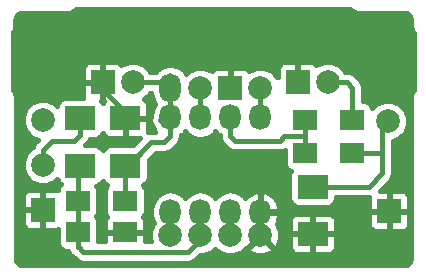
<source format=gbr>
G04 #@! TF.FileFunction,Copper,L2,Bot,Signal*
%FSLAX46Y46*%
G04 Gerber Fmt 4.6, Leading zero omitted, Abs format (unit mm)*
G04 Created by KiCad (PCBNEW 4.0.7-e0-6372~58~ubuntu16.04.1) date Wed Aug  1 16:39:32 2018*
%MOMM*%
%LPD*%
G01*
G04 APERTURE LIST*
%ADD10C,0.100000*%
%ADD11R,2.000000X2.000000*%
%ADD12C,2.000000*%
%ADD13O,1.800000X2.500000*%
%ADD14O,1.800000X2.200000*%
%ADD15R,2.000000X1.700000*%
%ADD16R,2.500000X2.000000*%
%ADD17C,0.400000*%
%ADD18C,0.250000*%
G04 APERTURE END LIST*
D10*
D11*
X88265000Y-54483000D03*
D12*
X83185000Y-66929000D03*
X85725000Y-66929000D03*
X88265000Y-66929000D03*
X90805000Y-54483000D03*
X85725000Y-54483000D03*
D13*
X83185000Y-54483000D03*
D12*
X90805000Y-66929000D03*
D11*
X72390000Y-64770000D03*
X93980000Y-53975000D03*
X101727000Y-64897000D03*
X77470000Y-53975000D03*
D12*
X101600000Y-57277000D03*
X96520000Y-53975000D03*
X72390000Y-57150000D03*
X72390000Y-60960000D03*
X80010000Y-53975000D03*
D14*
X83185000Y-64970000D03*
X90805000Y-56950000D03*
X85725000Y-64970000D03*
X88265000Y-56950000D03*
X88265000Y-64970000D03*
X85725000Y-56950000D03*
X90805000Y-64970000D03*
X83185000Y-56950000D03*
D15*
X98615000Y-59944000D03*
X94615000Y-59944000D03*
X94615000Y-57150000D03*
X98615000Y-57150000D03*
X75375000Y-66675000D03*
X79375000Y-66675000D03*
X79375000Y-64008000D03*
X75375000Y-64008000D03*
D16*
X95250000Y-66802000D03*
X95250000Y-62802000D03*
X79375000Y-57023000D03*
X79375000Y-61023000D03*
X75565000Y-61023000D03*
X75565000Y-57023000D03*
D17*
X75565000Y-57023000D02*
X75565000Y-58423000D01*
X75565000Y-58423000D02*
X75060000Y-58928000D01*
X75060000Y-58928000D02*
X73152000Y-58928000D01*
X72390000Y-59690000D02*
X72390000Y-60960000D01*
X73152000Y-58928000D02*
X72390000Y-59690000D01*
X80010000Y-53975000D02*
X83185000Y-53975000D01*
X83185000Y-54102000D02*
X83185000Y-57150000D01*
X80010000Y-53975000D02*
X80645000Y-53975000D01*
X79375000Y-61023000D02*
X79375000Y-64008000D01*
X82677000Y-59055000D02*
X81593000Y-59055000D01*
X81593000Y-59055000D02*
X79625000Y-61023000D01*
X79625000Y-61023000D02*
X79375000Y-61023000D01*
X83185000Y-58547000D02*
X82677000Y-59055000D01*
X83185000Y-57150000D02*
X83185000Y-58547000D01*
X83185000Y-57150000D02*
X82355000Y-57150000D01*
X83185000Y-54991000D02*
X83185000Y-57150000D01*
X77470000Y-53975000D02*
X77470000Y-54610000D01*
X77470000Y-54610000D02*
X79375000Y-56515000D01*
X79375000Y-56515000D02*
X79375000Y-57023000D01*
X95250000Y-66802000D02*
X94742000Y-66802000D01*
X79375000Y-57280000D02*
X78870000Y-57785000D01*
X90805000Y-64770000D02*
X90805000Y-66929000D01*
X101155000Y-61659000D02*
X101155000Y-59944000D01*
X101155000Y-59944000D02*
X101155000Y-57975000D01*
X98615000Y-59944000D02*
X100015000Y-59944000D01*
X100015000Y-59944000D02*
X101155000Y-59944000D01*
X97282000Y-62802000D02*
X100012000Y-62802000D01*
X100012000Y-62802000D02*
X101155000Y-61659000D01*
X101155000Y-57975000D02*
X101600000Y-57530000D01*
X95250000Y-62802000D02*
X97727000Y-62802000D01*
X98615000Y-57150000D02*
X98615000Y-54419000D01*
X98615000Y-54419000D02*
X98171000Y-53975000D01*
X98171000Y-53975000D02*
X96520000Y-53975000D01*
X94615000Y-59944000D02*
X94615000Y-58547000D01*
X92837000Y-58547000D02*
X94615000Y-58547000D01*
X94615000Y-58547000D02*
X94615000Y-57150000D01*
X92456000Y-58928000D02*
X92837000Y-58547000D01*
X88646000Y-58928000D02*
X92456000Y-58928000D01*
X88265000Y-58547000D02*
X88646000Y-58928000D01*
X88265000Y-57150000D02*
X88265000Y-58547000D01*
X85725000Y-54102000D02*
X85725000Y-57150000D01*
X85725000Y-54991000D02*
X85725000Y-57150000D01*
X83185000Y-64770000D02*
X83185000Y-66929000D01*
X75375000Y-66675000D02*
X75375000Y-67925000D01*
X84705999Y-68329001D02*
X85725000Y-67310000D01*
X75375000Y-67925000D02*
X75418000Y-67925000D01*
X75418000Y-67925000D02*
X75822001Y-68329001D01*
X85725000Y-67310000D02*
X85725000Y-66929000D01*
X75822001Y-68329001D02*
X84705999Y-68329001D01*
X75375000Y-64008000D02*
X75375000Y-61213000D01*
X75375000Y-61213000D02*
X75565000Y-61023000D01*
X75375000Y-66675000D02*
X75375000Y-63500000D01*
X85725000Y-64770000D02*
X85725000Y-66929000D01*
X90805000Y-54102000D02*
X90805000Y-57150000D01*
X90805000Y-54991000D02*
X90805000Y-57150000D01*
D18*
X90868500Y-57086500D02*
X90805000Y-57150000D01*
D17*
X88265000Y-64770000D02*
X88265000Y-66929000D01*
G36*
X98517865Y-47868755D02*
X98763778Y-48033069D01*
X99053852Y-48090768D01*
X102944613Y-48090768D01*
X103098798Y-48107019D01*
X103203267Y-48140916D01*
X103300160Y-48195838D01*
X103387250Y-48270750D01*
X103460381Y-48362972D01*
X103515486Y-48468440D01*
X103549685Y-48583112D01*
X103564891Y-48745869D01*
X103564891Y-49246847D01*
X103583383Y-49339812D01*
X103588476Y-49434461D01*
X103611973Y-49483547D01*
X103622590Y-49536921D01*
X103675251Y-49615734D01*
X103716177Y-49701228D01*
X103775117Y-49779928D01*
X103800219Y-49813445D01*
X103799542Y-50217776D01*
X103798442Y-50875174D01*
X103797342Y-51532571D01*
X103796242Y-52189967D01*
X103795142Y-52847362D01*
X103794042Y-53504762D01*
X103792942Y-54162157D01*
X103792213Y-54597985D01*
X103765612Y-54639447D01*
X103765610Y-54639449D01*
X103736362Y-54685037D01*
X103736360Y-54685039D01*
X103707112Y-54730627D01*
X103707110Y-54730629D01*
X103677860Y-54776220D01*
X103653134Y-54839204D01*
X103615540Y-54895467D01*
X103599614Y-54975532D01*
X103569782Y-55051522D01*
X103571041Y-55119178D01*
X103557841Y-55185541D01*
X103557841Y-68822720D01*
X103542149Y-68980258D01*
X103508306Y-69091117D01*
X103454404Y-69192473D01*
X103383020Y-69281031D01*
X103297748Y-69353205D01*
X103202335Y-69406413D01*
X103098905Y-69439427D01*
X102946308Y-69455243D01*
X70688294Y-69455243D01*
X70542274Y-69439593D01*
X70449510Y-69408708D01*
X70363994Y-69358654D01*
X70285687Y-69288806D01*
X70218059Y-69200242D01*
X70165601Y-69096257D01*
X70132108Y-68981343D01*
X70116735Y-68824652D01*
X70116735Y-65001000D01*
X70682000Y-65001000D01*
X70682000Y-65910830D01*
X70789787Y-66171050D01*
X70988950Y-66370213D01*
X71249170Y-66478000D01*
X72159000Y-66478000D01*
X72336000Y-66301000D01*
X72336000Y-64824000D01*
X70859000Y-64824000D01*
X70682000Y-65001000D01*
X70116735Y-65001000D01*
X70116735Y-63629170D01*
X70682000Y-63629170D01*
X70682000Y-64539000D01*
X70859000Y-64716000D01*
X72336000Y-64716000D01*
X72336000Y-63239000D01*
X72159000Y-63062000D01*
X71249170Y-63062000D01*
X70988950Y-63169787D01*
X70789787Y-63368950D01*
X70682000Y-63629170D01*
X70116735Y-63629170D01*
X70116735Y-57488252D01*
X70681704Y-57488252D01*
X70941184Y-58116240D01*
X71421232Y-58597128D01*
X71970634Y-58825260D01*
X71747947Y-59047947D01*
X71551117Y-59342523D01*
X71525969Y-59468952D01*
X71423760Y-59511184D01*
X70942872Y-59991232D01*
X70682297Y-60618767D01*
X70681704Y-61298252D01*
X70941184Y-61926240D01*
X71421232Y-62407128D01*
X72048767Y-62667703D01*
X72728252Y-62668296D01*
X73356240Y-62408816D01*
X73616787Y-62148724D01*
X73642498Y-62285369D01*
X73797558Y-62526339D01*
X73919587Y-62609718D01*
X73871661Y-62640558D01*
X73710003Y-62877152D01*
X73661601Y-63116167D01*
X73530830Y-63062000D01*
X72621000Y-63062000D01*
X72444000Y-63239000D01*
X72444000Y-64716000D01*
X72464000Y-64716000D01*
X72464000Y-64824000D01*
X72444000Y-64824000D01*
X72444000Y-66301000D01*
X72621000Y-66478000D01*
X73530830Y-66478000D01*
X73653130Y-66427342D01*
X73653130Y-67525000D01*
X73702498Y-67787369D01*
X73857558Y-68028339D01*
X74094152Y-68189997D01*
X74375000Y-68246870D01*
X74531023Y-68246870D01*
X74536117Y-68272477D01*
X74732947Y-68567053D01*
X74862536Y-68653642D01*
X75179948Y-68971054D01*
X75474524Y-69167884D01*
X75822001Y-69237001D01*
X84705999Y-69237001D01*
X85053476Y-69167884D01*
X85348052Y-68971054D01*
X85682143Y-68636963D01*
X86063252Y-68637296D01*
X86691240Y-68377816D01*
X86995109Y-68074478D01*
X87296232Y-68376128D01*
X87923767Y-68636703D01*
X88603252Y-68637296D01*
X89231240Y-68377816D01*
X89536824Y-68072766D01*
X89737601Y-68072766D01*
X89825573Y-68368936D01*
X90451167Y-68634138D01*
X91130629Y-68639748D01*
X91760517Y-68384912D01*
X91784427Y-68368936D01*
X91872399Y-68072766D01*
X90805000Y-67005368D01*
X89737601Y-68072766D01*
X89536824Y-68072766D01*
X89624311Y-67985432D01*
X89661234Y-67996399D01*
X90728632Y-66929000D01*
X90714490Y-66914858D01*
X90790858Y-66838490D01*
X90805000Y-66852632D01*
X90819142Y-66838490D01*
X90895510Y-66914858D01*
X90881368Y-66929000D01*
X91948766Y-67996399D01*
X92244936Y-67908427D01*
X92510138Y-67282833D01*
X92512200Y-67033000D01*
X93292000Y-67033000D01*
X93292000Y-67942830D01*
X93399787Y-68203050D01*
X93598950Y-68402213D01*
X93859170Y-68510000D01*
X95019000Y-68510000D01*
X95196000Y-68333000D01*
X95196000Y-66856000D01*
X95304000Y-66856000D01*
X95304000Y-68333000D01*
X95481000Y-68510000D01*
X96640830Y-68510000D01*
X96901050Y-68402213D01*
X97100213Y-68203050D01*
X97208000Y-67942830D01*
X97208000Y-67033000D01*
X97031000Y-66856000D01*
X95304000Y-66856000D01*
X95196000Y-66856000D01*
X93469000Y-66856000D01*
X93292000Y-67033000D01*
X92512200Y-67033000D01*
X92515748Y-66603371D01*
X92260912Y-65973483D01*
X92244936Y-65949573D01*
X92197891Y-65935599D01*
X92269933Y-65835244D01*
X92310676Y-65661170D01*
X93292000Y-65661170D01*
X93292000Y-66571000D01*
X93469000Y-66748000D01*
X95196000Y-66748000D01*
X95196000Y-65271000D01*
X95304000Y-65271000D01*
X95304000Y-66748000D01*
X97031000Y-66748000D01*
X97208000Y-66571000D01*
X97208000Y-65661170D01*
X97100213Y-65400950D01*
X96901050Y-65201787D01*
X96722913Y-65128000D01*
X100019000Y-65128000D01*
X100019000Y-66037830D01*
X100126787Y-66298050D01*
X100325950Y-66497213D01*
X100586170Y-66605000D01*
X101496000Y-66605000D01*
X101673000Y-66428000D01*
X101673000Y-64951000D01*
X101781000Y-64951000D01*
X101781000Y-66428000D01*
X101958000Y-66605000D01*
X102867830Y-66605000D01*
X103128050Y-66497213D01*
X103327213Y-66298050D01*
X103435000Y-66037830D01*
X103435000Y-65128000D01*
X103258000Y-64951000D01*
X101781000Y-64951000D01*
X101673000Y-64951000D01*
X100196000Y-64951000D01*
X100019000Y-65128000D01*
X96722913Y-65128000D01*
X96640830Y-65094000D01*
X95481000Y-65094000D01*
X95304000Y-65271000D01*
X95196000Y-65271000D01*
X95019000Y-65094000D01*
X93859170Y-65094000D01*
X93598950Y-65201787D01*
X93399787Y-65400950D01*
X93292000Y-65661170D01*
X92310676Y-65661170D01*
X92413000Y-65224000D01*
X92413000Y-65024000D01*
X90859000Y-65024000D01*
X90859000Y-65044000D01*
X90751000Y-65044000D01*
X90751000Y-65024000D01*
X90731000Y-65024000D01*
X90731000Y-64916000D01*
X90751000Y-64916000D01*
X90751000Y-63340019D01*
X90859000Y-63340019D01*
X90859000Y-64916000D01*
X92413000Y-64916000D01*
X92413000Y-64716000D01*
X92269933Y-64104756D01*
X91903844Y-63594789D01*
X91370466Y-63263737D01*
X91109740Y-63191140D01*
X90859000Y-63340019D01*
X90751000Y-63340019D01*
X90500260Y-63191140D01*
X90239534Y-63263737D01*
X89706156Y-63594789D01*
X89547685Y-63815542D01*
X89402028Y-63597551D01*
X88880355Y-63248981D01*
X88265000Y-63126579D01*
X87649645Y-63248981D01*
X87127972Y-63597551D01*
X86995000Y-63796558D01*
X86862028Y-63597551D01*
X86340355Y-63248981D01*
X85725000Y-63126579D01*
X85109645Y-63248981D01*
X84587972Y-63597551D01*
X84455000Y-63796558D01*
X84322028Y-63597551D01*
X83800355Y-63248981D01*
X83185000Y-63126579D01*
X82569645Y-63248981D01*
X82047972Y-63597551D01*
X81699402Y-64119224D01*
X81577000Y-64734579D01*
X81577000Y-65205421D01*
X81699402Y-65820776D01*
X81770692Y-65927469D01*
X81737872Y-65960232D01*
X81477297Y-66587767D01*
X81476704Y-67267252D01*
X81540232Y-67421001D01*
X81083000Y-67421001D01*
X81083000Y-66906000D01*
X80906000Y-66729000D01*
X79429000Y-66729000D01*
X79429000Y-66749000D01*
X79321000Y-66749000D01*
X79321000Y-66729000D01*
X77844000Y-66729000D01*
X77667000Y-66906000D01*
X77667000Y-67421001D01*
X77096870Y-67421001D01*
X77096870Y-65825000D01*
X77047502Y-65562631D01*
X76903424Y-65338728D01*
X77039997Y-65138848D01*
X77096870Y-64858000D01*
X77096870Y-63158000D01*
X77047502Y-62895631D01*
X76935857Y-62722129D01*
X77077369Y-62695502D01*
X77318339Y-62540442D01*
X77471959Y-62315612D01*
X77607558Y-62526339D01*
X77840808Y-62685712D01*
X77710003Y-62877152D01*
X77653130Y-63158000D01*
X77653130Y-64858000D01*
X77702498Y-65120369D01*
X77849665Y-65349072D01*
X77774787Y-65423950D01*
X77667000Y-65684170D01*
X77667000Y-66444000D01*
X77844000Y-66621000D01*
X79321000Y-66621000D01*
X79321000Y-66601000D01*
X79429000Y-66601000D01*
X79429000Y-66621000D01*
X80906000Y-66621000D01*
X81083000Y-66444000D01*
X81083000Y-65684170D01*
X80975213Y-65423950D01*
X80897972Y-65346709D01*
X81039997Y-65138848D01*
X81096870Y-64858000D01*
X81096870Y-63158000D01*
X81047502Y-62895631D01*
X80909542Y-62681234D01*
X81128339Y-62540442D01*
X81289997Y-62303848D01*
X81346870Y-62023000D01*
X81346870Y-60585236D01*
X81969106Y-59963000D01*
X82677000Y-59963000D01*
X83024477Y-59893883D01*
X83319053Y-59697053D01*
X83827053Y-59189053D01*
X84023883Y-58894477D01*
X84093000Y-58547000D01*
X84093000Y-58475480D01*
X84322028Y-58322449D01*
X84455000Y-58123442D01*
X84587972Y-58322449D01*
X85109645Y-58671019D01*
X85725000Y-58793421D01*
X86340355Y-58671019D01*
X86862028Y-58322449D01*
X86995000Y-58123442D01*
X87127972Y-58322449D01*
X87357000Y-58475480D01*
X87357000Y-58547000D01*
X87426117Y-58894477D01*
X87622947Y-59189053D01*
X88003947Y-59570053D01*
X88298523Y-59766883D01*
X88646000Y-59836000D01*
X92456000Y-59836000D01*
X92803477Y-59766883D01*
X92893130Y-59706979D01*
X92893130Y-60794000D01*
X92942498Y-61056369D01*
X93097558Y-61297339D01*
X93334152Y-61458997D01*
X93372206Y-61466703D01*
X93335003Y-61521152D01*
X93278130Y-61802000D01*
X93278130Y-63802000D01*
X93327498Y-64064369D01*
X93482558Y-64305339D01*
X93719152Y-64466997D01*
X94000000Y-64523870D01*
X96500000Y-64523870D01*
X96762369Y-64474502D01*
X97003339Y-64319442D01*
X97164997Y-64082848D01*
X97221870Y-63802000D01*
X97221870Y-63710000D01*
X100012000Y-63710000D01*
X100040470Y-63704337D01*
X100019000Y-63756170D01*
X100019000Y-64666000D01*
X100196000Y-64843000D01*
X101673000Y-64843000D01*
X101673000Y-63366000D01*
X101781000Y-63366000D01*
X101781000Y-64843000D01*
X103258000Y-64843000D01*
X103435000Y-64666000D01*
X103435000Y-63756170D01*
X103327213Y-63495950D01*
X103128050Y-63296787D01*
X102867830Y-63189000D01*
X101958000Y-63189000D01*
X101781000Y-63366000D01*
X101673000Y-63366000D01*
X101496000Y-63189000D01*
X100909106Y-63189000D01*
X101797053Y-62301053D01*
X101993883Y-62006477D01*
X102063000Y-61659000D01*
X102063000Y-58933751D01*
X102566240Y-58725816D01*
X103047128Y-58245768D01*
X103307703Y-57618233D01*
X103308296Y-56938748D01*
X103048816Y-56310760D01*
X102568768Y-55829872D01*
X101941233Y-55569297D01*
X101261748Y-55568704D01*
X100633760Y-55828184D01*
X100309078Y-56152299D01*
X100287502Y-56037631D01*
X100132442Y-55796661D01*
X99895848Y-55635003D01*
X99615000Y-55578130D01*
X99523000Y-55578130D01*
X99523000Y-54419000D01*
X99453883Y-54071523D01*
X99257053Y-53776947D01*
X98813053Y-53332947D01*
X98518477Y-53136117D01*
X98171000Y-53067000D01*
X97992880Y-53067000D01*
X97968816Y-53008760D01*
X97488768Y-52527872D01*
X96861233Y-52267297D01*
X96181748Y-52266704D01*
X95553760Y-52526184D01*
X95543094Y-52536831D01*
X95381050Y-52374787D01*
X95120830Y-52267000D01*
X94211000Y-52267000D01*
X94034000Y-52444000D01*
X94034000Y-53921000D01*
X94054000Y-53921000D01*
X94054000Y-54029000D01*
X94034000Y-54029000D01*
X94034000Y-54049000D01*
X93926000Y-54049000D01*
X93926000Y-54029000D01*
X93906000Y-54029000D01*
X93906000Y-53921000D01*
X93926000Y-53921000D01*
X93926000Y-52444000D01*
X93749000Y-52267000D01*
X92839170Y-52267000D01*
X92578950Y-52374787D01*
X92379787Y-52573950D01*
X92272000Y-52834170D01*
X92272000Y-53560769D01*
X92253816Y-53516760D01*
X91773768Y-53035872D01*
X91146233Y-52775297D01*
X90466748Y-52774704D01*
X89838760Y-53034184D01*
X89828094Y-53044831D01*
X89666050Y-52882787D01*
X89405830Y-52775000D01*
X88496000Y-52775000D01*
X88319000Y-52952000D01*
X88319000Y-54429000D01*
X88339000Y-54429000D01*
X88339000Y-54537000D01*
X88319000Y-54537000D01*
X88319000Y-54557000D01*
X88211000Y-54557000D01*
X88211000Y-54537000D01*
X88191000Y-54537000D01*
X88191000Y-54429000D01*
X88211000Y-54429000D01*
X88211000Y-52952000D01*
X88034000Y-52775000D01*
X87124170Y-52775000D01*
X86863950Y-52882787D01*
X86702309Y-53044428D01*
X86693768Y-53035872D01*
X86066233Y-52775297D01*
X85386748Y-52774704D01*
X84758760Y-53034184D01*
X84527466Y-53265074D01*
X84322028Y-52957613D01*
X83800355Y-52609043D01*
X83185000Y-52486641D01*
X82569645Y-52609043D01*
X82047972Y-52957613D01*
X81974882Y-53067000D01*
X81482880Y-53067000D01*
X81458816Y-53008760D01*
X80978768Y-52527872D01*
X80351233Y-52267297D01*
X79671748Y-52266704D01*
X79043760Y-52526184D01*
X79033094Y-52536831D01*
X78871050Y-52374787D01*
X78610830Y-52267000D01*
X77701000Y-52267000D01*
X77524000Y-52444000D01*
X77524000Y-53921000D01*
X77544000Y-53921000D01*
X77544000Y-54029000D01*
X77524000Y-54029000D01*
X77524000Y-55506000D01*
X77582369Y-55564369D01*
X77524787Y-55621950D01*
X77475238Y-55741572D01*
X77359809Y-55562191D01*
X77416000Y-55506000D01*
X77416000Y-54029000D01*
X75939000Y-54029000D01*
X75762000Y-54206000D01*
X75762000Y-55115830D01*
X75838754Y-55301130D01*
X74315000Y-55301130D01*
X74052631Y-55350498D01*
X73811661Y-55505558D01*
X73650003Y-55742152D01*
X73607500Y-55952039D01*
X73358768Y-55702872D01*
X72731233Y-55442297D01*
X72051748Y-55441704D01*
X71423760Y-55701184D01*
X70942872Y-56181232D01*
X70682297Y-56808767D01*
X70681704Y-57488252D01*
X70116735Y-57488252D01*
X70116735Y-55200570D01*
X70097804Y-55105399D01*
X70092007Y-55008537D01*
X70069209Y-54961639D01*
X70059036Y-54910496D01*
X70005126Y-54829813D01*
X69962702Y-54742544D01*
X69928151Y-54696984D01*
X69928149Y-54696983D01*
X69893648Y-54651478D01*
X69893603Y-54651438D01*
X69893575Y-54651380D01*
X69859020Y-54605820D01*
X69859016Y-54605816D01*
X69839848Y-54580535D01*
X69839098Y-54175161D01*
X69837878Y-53515664D01*
X69836618Y-52834170D01*
X75762000Y-52834170D01*
X75762000Y-53744000D01*
X75939000Y-53921000D01*
X77416000Y-53921000D01*
X77416000Y-52444000D01*
X77239000Y-52267000D01*
X76329170Y-52267000D01*
X76068950Y-52374787D01*
X75869787Y-52573950D01*
X75762000Y-52834170D01*
X69836618Y-52834170D01*
X69834218Y-51537176D01*
X69832998Y-50877679D01*
X69831778Y-50218183D01*
X69831032Y-49814660D01*
X69855382Y-49782596D01*
X69855384Y-49782592D01*
X69885242Y-49743276D01*
X69885244Y-49743272D01*
X69915102Y-49703956D01*
X69957692Y-49616491D01*
X70011740Y-49535603D01*
X70021864Y-49484705D01*
X70044583Y-49438049D01*
X70050460Y-49340943D01*
X70069439Y-49245529D01*
X70069439Y-48745518D01*
X70085274Y-48584607D01*
X70120117Y-48468680D01*
X70175671Y-48362309D01*
X70248830Y-48269734D01*
X70335374Y-48194943D01*
X70431201Y-48140365D01*
X70534436Y-48106722D01*
X70687883Y-48090494D01*
X74616058Y-48090494D01*
X74906132Y-48032795D01*
X75152045Y-47868481D01*
X75237200Y-47741038D01*
X98432527Y-47741038D01*
X98517865Y-47868755D01*
X98517865Y-47868755D01*
G37*
X98517865Y-47868755D02*
X98763778Y-48033069D01*
X99053852Y-48090768D01*
X102944613Y-48090768D01*
X103098798Y-48107019D01*
X103203267Y-48140916D01*
X103300160Y-48195838D01*
X103387250Y-48270750D01*
X103460381Y-48362972D01*
X103515486Y-48468440D01*
X103549685Y-48583112D01*
X103564891Y-48745869D01*
X103564891Y-49246847D01*
X103583383Y-49339812D01*
X103588476Y-49434461D01*
X103611973Y-49483547D01*
X103622590Y-49536921D01*
X103675251Y-49615734D01*
X103716177Y-49701228D01*
X103775117Y-49779928D01*
X103800219Y-49813445D01*
X103799542Y-50217776D01*
X103798442Y-50875174D01*
X103797342Y-51532571D01*
X103796242Y-52189967D01*
X103795142Y-52847362D01*
X103794042Y-53504762D01*
X103792942Y-54162157D01*
X103792213Y-54597985D01*
X103765612Y-54639447D01*
X103765610Y-54639449D01*
X103736362Y-54685037D01*
X103736360Y-54685039D01*
X103707112Y-54730627D01*
X103707110Y-54730629D01*
X103677860Y-54776220D01*
X103653134Y-54839204D01*
X103615540Y-54895467D01*
X103599614Y-54975532D01*
X103569782Y-55051522D01*
X103571041Y-55119178D01*
X103557841Y-55185541D01*
X103557841Y-68822720D01*
X103542149Y-68980258D01*
X103508306Y-69091117D01*
X103454404Y-69192473D01*
X103383020Y-69281031D01*
X103297748Y-69353205D01*
X103202335Y-69406413D01*
X103098905Y-69439427D01*
X102946308Y-69455243D01*
X70688294Y-69455243D01*
X70542274Y-69439593D01*
X70449510Y-69408708D01*
X70363994Y-69358654D01*
X70285687Y-69288806D01*
X70218059Y-69200242D01*
X70165601Y-69096257D01*
X70132108Y-68981343D01*
X70116735Y-68824652D01*
X70116735Y-65001000D01*
X70682000Y-65001000D01*
X70682000Y-65910830D01*
X70789787Y-66171050D01*
X70988950Y-66370213D01*
X71249170Y-66478000D01*
X72159000Y-66478000D01*
X72336000Y-66301000D01*
X72336000Y-64824000D01*
X70859000Y-64824000D01*
X70682000Y-65001000D01*
X70116735Y-65001000D01*
X70116735Y-63629170D01*
X70682000Y-63629170D01*
X70682000Y-64539000D01*
X70859000Y-64716000D01*
X72336000Y-64716000D01*
X72336000Y-63239000D01*
X72159000Y-63062000D01*
X71249170Y-63062000D01*
X70988950Y-63169787D01*
X70789787Y-63368950D01*
X70682000Y-63629170D01*
X70116735Y-63629170D01*
X70116735Y-57488252D01*
X70681704Y-57488252D01*
X70941184Y-58116240D01*
X71421232Y-58597128D01*
X71970634Y-58825260D01*
X71747947Y-59047947D01*
X71551117Y-59342523D01*
X71525969Y-59468952D01*
X71423760Y-59511184D01*
X70942872Y-59991232D01*
X70682297Y-60618767D01*
X70681704Y-61298252D01*
X70941184Y-61926240D01*
X71421232Y-62407128D01*
X72048767Y-62667703D01*
X72728252Y-62668296D01*
X73356240Y-62408816D01*
X73616787Y-62148724D01*
X73642498Y-62285369D01*
X73797558Y-62526339D01*
X73919587Y-62609718D01*
X73871661Y-62640558D01*
X73710003Y-62877152D01*
X73661601Y-63116167D01*
X73530830Y-63062000D01*
X72621000Y-63062000D01*
X72444000Y-63239000D01*
X72444000Y-64716000D01*
X72464000Y-64716000D01*
X72464000Y-64824000D01*
X72444000Y-64824000D01*
X72444000Y-66301000D01*
X72621000Y-66478000D01*
X73530830Y-66478000D01*
X73653130Y-66427342D01*
X73653130Y-67525000D01*
X73702498Y-67787369D01*
X73857558Y-68028339D01*
X74094152Y-68189997D01*
X74375000Y-68246870D01*
X74531023Y-68246870D01*
X74536117Y-68272477D01*
X74732947Y-68567053D01*
X74862536Y-68653642D01*
X75179948Y-68971054D01*
X75474524Y-69167884D01*
X75822001Y-69237001D01*
X84705999Y-69237001D01*
X85053476Y-69167884D01*
X85348052Y-68971054D01*
X85682143Y-68636963D01*
X86063252Y-68637296D01*
X86691240Y-68377816D01*
X86995109Y-68074478D01*
X87296232Y-68376128D01*
X87923767Y-68636703D01*
X88603252Y-68637296D01*
X89231240Y-68377816D01*
X89536824Y-68072766D01*
X89737601Y-68072766D01*
X89825573Y-68368936D01*
X90451167Y-68634138D01*
X91130629Y-68639748D01*
X91760517Y-68384912D01*
X91784427Y-68368936D01*
X91872399Y-68072766D01*
X90805000Y-67005368D01*
X89737601Y-68072766D01*
X89536824Y-68072766D01*
X89624311Y-67985432D01*
X89661234Y-67996399D01*
X90728632Y-66929000D01*
X90714490Y-66914858D01*
X90790858Y-66838490D01*
X90805000Y-66852632D01*
X90819142Y-66838490D01*
X90895510Y-66914858D01*
X90881368Y-66929000D01*
X91948766Y-67996399D01*
X92244936Y-67908427D01*
X92510138Y-67282833D01*
X92512200Y-67033000D01*
X93292000Y-67033000D01*
X93292000Y-67942830D01*
X93399787Y-68203050D01*
X93598950Y-68402213D01*
X93859170Y-68510000D01*
X95019000Y-68510000D01*
X95196000Y-68333000D01*
X95196000Y-66856000D01*
X95304000Y-66856000D01*
X95304000Y-68333000D01*
X95481000Y-68510000D01*
X96640830Y-68510000D01*
X96901050Y-68402213D01*
X97100213Y-68203050D01*
X97208000Y-67942830D01*
X97208000Y-67033000D01*
X97031000Y-66856000D01*
X95304000Y-66856000D01*
X95196000Y-66856000D01*
X93469000Y-66856000D01*
X93292000Y-67033000D01*
X92512200Y-67033000D01*
X92515748Y-66603371D01*
X92260912Y-65973483D01*
X92244936Y-65949573D01*
X92197891Y-65935599D01*
X92269933Y-65835244D01*
X92310676Y-65661170D01*
X93292000Y-65661170D01*
X93292000Y-66571000D01*
X93469000Y-66748000D01*
X95196000Y-66748000D01*
X95196000Y-65271000D01*
X95304000Y-65271000D01*
X95304000Y-66748000D01*
X97031000Y-66748000D01*
X97208000Y-66571000D01*
X97208000Y-65661170D01*
X97100213Y-65400950D01*
X96901050Y-65201787D01*
X96722913Y-65128000D01*
X100019000Y-65128000D01*
X100019000Y-66037830D01*
X100126787Y-66298050D01*
X100325950Y-66497213D01*
X100586170Y-66605000D01*
X101496000Y-66605000D01*
X101673000Y-66428000D01*
X101673000Y-64951000D01*
X101781000Y-64951000D01*
X101781000Y-66428000D01*
X101958000Y-66605000D01*
X102867830Y-66605000D01*
X103128050Y-66497213D01*
X103327213Y-66298050D01*
X103435000Y-66037830D01*
X103435000Y-65128000D01*
X103258000Y-64951000D01*
X101781000Y-64951000D01*
X101673000Y-64951000D01*
X100196000Y-64951000D01*
X100019000Y-65128000D01*
X96722913Y-65128000D01*
X96640830Y-65094000D01*
X95481000Y-65094000D01*
X95304000Y-65271000D01*
X95196000Y-65271000D01*
X95019000Y-65094000D01*
X93859170Y-65094000D01*
X93598950Y-65201787D01*
X93399787Y-65400950D01*
X93292000Y-65661170D01*
X92310676Y-65661170D01*
X92413000Y-65224000D01*
X92413000Y-65024000D01*
X90859000Y-65024000D01*
X90859000Y-65044000D01*
X90751000Y-65044000D01*
X90751000Y-65024000D01*
X90731000Y-65024000D01*
X90731000Y-64916000D01*
X90751000Y-64916000D01*
X90751000Y-63340019D01*
X90859000Y-63340019D01*
X90859000Y-64916000D01*
X92413000Y-64916000D01*
X92413000Y-64716000D01*
X92269933Y-64104756D01*
X91903844Y-63594789D01*
X91370466Y-63263737D01*
X91109740Y-63191140D01*
X90859000Y-63340019D01*
X90751000Y-63340019D01*
X90500260Y-63191140D01*
X90239534Y-63263737D01*
X89706156Y-63594789D01*
X89547685Y-63815542D01*
X89402028Y-63597551D01*
X88880355Y-63248981D01*
X88265000Y-63126579D01*
X87649645Y-63248981D01*
X87127972Y-63597551D01*
X86995000Y-63796558D01*
X86862028Y-63597551D01*
X86340355Y-63248981D01*
X85725000Y-63126579D01*
X85109645Y-63248981D01*
X84587972Y-63597551D01*
X84455000Y-63796558D01*
X84322028Y-63597551D01*
X83800355Y-63248981D01*
X83185000Y-63126579D01*
X82569645Y-63248981D01*
X82047972Y-63597551D01*
X81699402Y-64119224D01*
X81577000Y-64734579D01*
X81577000Y-65205421D01*
X81699402Y-65820776D01*
X81770692Y-65927469D01*
X81737872Y-65960232D01*
X81477297Y-66587767D01*
X81476704Y-67267252D01*
X81540232Y-67421001D01*
X81083000Y-67421001D01*
X81083000Y-66906000D01*
X80906000Y-66729000D01*
X79429000Y-66729000D01*
X79429000Y-66749000D01*
X79321000Y-66749000D01*
X79321000Y-66729000D01*
X77844000Y-66729000D01*
X77667000Y-66906000D01*
X77667000Y-67421001D01*
X77096870Y-67421001D01*
X77096870Y-65825000D01*
X77047502Y-65562631D01*
X76903424Y-65338728D01*
X77039997Y-65138848D01*
X77096870Y-64858000D01*
X77096870Y-63158000D01*
X77047502Y-62895631D01*
X76935857Y-62722129D01*
X77077369Y-62695502D01*
X77318339Y-62540442D01*
X77471959Y-62315612D01*
X77607558Y-62526339D01*
X77840808Y-62685712D01*
X77710003Y-62877152D01*
X77653130Y-63158000D01*
X77653130Y-64858000D01*
X77702498Y-65120369D01*
X77849665Y-65349072D01*
X77774787Y-65423950D01*
X77667000Y-65684170D01*
X77667000Y-66444000D01*
X77844000Y-66621000D01*
X79321000Y-66621000D01*
X79321000Y-66601000D01*
X79429000Y-66601000D01*
X79429000Y-66621000D01*
X80906000Y-66621000D01*
X81083000Y-66444000D01*
X81083000Y-65684170D01*
X80975213Y-65423950D01*
X80897972Y-65346709D01*
X81039997Y-65138848D01*
X81096870Y-64858000D01*
X81096870Y-63158000D01*
X81047502Y-62895631D01*
X80909542Y-62681234D01*
X81128339Y-62540442D01*
X81289997Y-62303848D01*
X81346870Y-62023000D01*
X81346870Y-60585236D01*
X81969106Y-59963000D01*
X82677000Y-59963000D01*
X83024477Y-59893883D01*
X83319053Y-59697053D01*
X83827053Y-59189053D01*
X84023883Y-58894477D01*
X84093000Y-58547000D01*
X84093000Y-58475480D01*
X84322028Y-58322449D01*
X84455000Y-58123442D01*
X84587972Y-58322449D01*
X85109645Y-58671019D01*
X85725000Y-58793421D01*
X86340355Y-58671019D01*
X86862028Y-58322449D01*
X86995000Y-58123442D01*
X87127972Y-58322449D01*
X87357000Y-58475480D01*
X87357000Y-58547000D01*
X87426117Y-58894477D01*
X87622947Y-59189053D01*
X88003947Y-59570053D01*
X88298523Y-59766883D01*
X88646000Y-59836000D01*
X92456000Y-59836000D01*
X92803477Y-59766883D01*
X92893130Y-59706979D01*
X92893130Y-60794000D01*
X92942498Y-61056369D01*
X93097558Y-61297339D01*
X93334152Y-61458997D01*
X93372206Y-61466703D01*
X93335003Y-61521152D01*
X93278130Y-61802000D01*
X93278130Y-63802000D01*
X93327498Y-64064369D01*
X93482558Y-64305339D01*
X93719152Y-64466997D01*
X94000000Y-64523870D01*
X96500000Y-64523870D01*
X96762369Y-64474502D01*
X97003339Y-64319442D01*
X97164997Y-64082848D01*
X97221870Y-63802000D01*
X97221870Y-63710000D01*
X100012000Y-63710000D01*
X100040470Y-63704337D01*
X100019000Y-63756170D01*
X100019000Y-64666000D01*
X100196000Y-64843000D01*
X101673000Y-64843000D01*
X101673000Y-63366000D01*
X101781000Y-63366000D01*
X101781000Y-64843000D01*
X103258000Y-64843000D01*
X103435000Y-64666000D01*
X103435000Y-63756170D01*
X103327213Y-63495950D01*
X103128050Y-63296787D01*
X102867830Y-63189000D01*
X101958000Y-63189000D01*
X101781000Y-63366000D01*
X101673000Y-63366000D01*
X101496000Y-63189000D01*
X100909106Y-63189000D01*
X101797053Y-62301053D01*
X101993883Y-62006477D01*
X102063000Y-61659000D01*
X102063000Y-58933751D01*
X102566240Y-58725816D01*
X103047128Y-58245768D01*
X103307703Y-57618233D01*
X103308296Y-56938748D01*
X103048816Y-56310760D01*
X102568768Y-55829872D01*
X101941233Y-55569297D01*
X101261748Y-55568704D01*
X100633760Y-55828184D01*
X100309078Y-56152299D01*
X100287502Y-56037631D01*
X100132442Y-55796661D01*
X99895848Y-55635003D01*
X99615000Y-55578130D01*
X99523000Y-55578130D01*
X99523000Y-54419000D01*
X99453883Y-54071523D01*
X99257053Y-53776947D01*
X98813053Y-53332947D01*
X98518477Y-53136117D01*
X98171000Y-53067000D01*
X97992880Y-53067000D01*
X97968816Y-53008760D01*
X97488768Y-52527872D01*
X96861233Y-52267297D01*
X96181748Y-52266704D01*
X95553760Y-52526184D01*
X95543094Y-52536831D01*
X95381050Y-52374787D01*
X95120830Y-52267000D01*
X94211000Y-52267000D01*
X94034000Y-52444000D01*
X94034000Y-53921000D01*
X94054000Y-53921000D01*
X94054000Y-54029000D01*
X94034000Y-54029000D01*
X94034000Y-54049000D01*
X93926000Y-54049000D01*
X93926000Y-54029000D01*
X93906000Y-54029000D01*
X93906000Y-53921000D01*
X93926000Y-53921000D01*
X93926000Y-52444000D01*
X93749000Y-52267000D01*
X92839170Y-52267000D01*
X92578950Y-52374787D01*
X92379787Y-52573950D01*
X92272000Y-52834170D01*
X92272000Y-53560769D01*
X92253816Y-53516760D01*
X91773768Y-53035872D01*
X91146233Y-52775297D01*
X90466748Y-52774704D01*
X89838760Y-53034184D01*
X89828094Y-53044831D01*
X89666050Y-52882787D01*
X89405830Y-52775000D01*
X88496000Y-52775000D01*
X88319000Y-52952000D01*
X88319000Y-54429000D01*
X88339000Y-54429000D01*
X88339000Y-54537000D01*
X88319000Y-54537000D01*
X88319000Y-54557000D01*
X88211000Y-54557000D01*
X88211000Y-54537000D01*
X88191000Y-54537000D01*
X88191000Y-54429000D01*
X88211000Y-54429000D01*
X88211000Y-52952000D01*
X88034000Y-52775000D01*
X87124170Y-52775000D01*
X86863950Y-52882787D01*
X86702309Y-53044428D01*
X86693768Y-53035872D01*
X86066233Y-52775297D01*
X85386748Y-52774704D01*
X84758760Y-53034184D01*
X84527466Y-53265074D01*
X84322028Y-52957613D01*
X83800355Y-52609043D01*
X83185000Y-52486641D01*
X82569645Y-52609043D01*
X82047972Y-52957613D01*
X81974882Y-53067000D01*
X81482880Y-53067000D01*
X81458816Y-53008760D01*
X80978768Y-52527872D01*
X80351233Y-52267297D01*
X79671748Y-52266704D01*
X79043760Y-52526184D01*
X79033094Y-52536831D01*
X78871050Y-52374787D01*
X78610830Y-52267000D01*
X77701000Y-52267000D01*
X77524000Y-52444000D01*
X77524000Y-53921000D01*
X77544000Y-53921000D01*
X77544000Y-54029000D01*
X77524000Y-54029000D01*
X77524000Y-55506000D01*
X77582369Y-55564369D01*
X77524787Y-55621950D01*
X77475238Y-55741572D01*
X77359809Y-55562191D01*
X77416000Y-55506000D01*
X77416000Y-54029000D01*
X75939000Y-54029000D01*
X75762000Y-54206000D01*
X75762000Y-55115830D01*
X75838754Y-55301130D01*
X74315000Y-55301130D01*
X74052631Y-55350498D01*
X73811661Y-55505558D01*
X73650003Y-55742152D01*
X73607500Y-55952039D01*
X73358768Y-55702872D01*
X72731233Y-55442297D01*
X72051748Y-55441704D01*
X71423760Y-55701184D01*
X70942872Y-56181232D01*
X70682297Y-56808767D01*
X70681704Y-57488252D01*
X70116735Y-57488252D01*
X70116735Y-55200570D01*
X70097804Y-55105399D01*
X70092007Y-55008537D01*
X70069209Y-54961639D01*
X70059036Y-54910496D01*
X70005126Y-54829813D01*
X69962702Y-54742544D01*
X69928151Y-54696984D01*
X69928149Y-54696983D01*
X69893648Y-54651478D01*
X69893603Y-54651438D01*
X69893575Y-54651380D01*
X69859020Y-54605820D01*
X69859016Y-54605816D01*
X69839848Y-54580535D01*
X69839098Y-54175161D01*
X69837878Y-53515664D01*
X69836618Y-52834170D01*
X75762000Y-52834170D01*
X75762000Y-53744000D01*
X75939000Y-53921000D01*
X77416000Y-53921000D01*
X77416000Y-52444000D01*
X77239000Y-52267000D01*
X76329170Y-52267000D01*
X76068950Y-52374787D01*
X75869787Y-52573950D01*
X75762000Y-52834170D01*
X69836618Y-52834170D01*
X69834218Y-51537176D01*
X69832998Y-50877679D01*
X69831778Y-50218183D01*
X69831032Y-49814660D01*
X69855382Y-49782596D01*
X69855384Y-49782592D01*
X69885242Y-49743276D01*
X69885244Y-49743272D01*
X69915102Y-49703956D01*
X69957692Y-49616491D01*
X70011740Y-49535603D01*
X70021864Y-49484705D01*
X70044583Y-49438049D01*
X70050460Y-49340943D01*
X70069439Y-49245529D01*
X70069439Y-48745518D01*
X70085274Y-48584607D01*
X70120117Y-48468680D01*
X70175671Y-48362309D01*
X70248830Y-48269734D01*
X70335374Y-48194943D01*
X70431201Y-48140365D01*
X70534436Y-48106722D01*
X70687883Y-48090494D01*
X74616058Y-48090494D01*
X74906132Y-48032795D01*
X75152045Y-47868481D01*
X75237200Y-47741038D01*
X98432527Y-47741038D01*
X98517865Y-47868755D01*
G36*
X81699402Y-55486714D02*
X81904035Y-55792969D01*
X81699402Y-56099224D01*
X81577899Y-56710060D01*
X81516117Y-56802523D01*
X81447000Y-57150000D01*
X81516117Y-57497477D01*
X81691190Y-57759491D01*
X81699402Y-57800776D01*
X81930741Y-58147000D01*
X81593000Y-58147000D01*
X81317252Y-58201849D01*
X81333000Y-58163830D01*
X81333000Y-57254000D01*
X81156000Y-57077000D01*
X79429000Y-57077000D01*
X79429000Y-58554000D01*
X79606000Y-58731000D01*
X80632894Y-58731000D01*
X80062764Y-59301130D01*
X78125000Y-59301130D01*
X77862631Y-59350498D01*
X77621661Y-59505558D01*
X77468041Y-59730388D01*
X77332442Y-59519661D01*
X77095848Y-59358003D01*
X76815000Y-59301130D01*
X75970976Y-59301130D01*
X76207053Y-59065053D01*
X76298629Y-58928000D01*
X76403883Y-58770477D01*
X76408977Y-58744870D01*
X76815000Y-58744870D01*
X77077369Y-58695502D01*
X77318339Y-58540442D01*
X77476884Y-58308403D01*
X77524787Y-58424050D01*
X77723950Y-58623213D01*
X77984170Y-58731000D01*
X79144000Y-58731000D01*
X79321000Y-58554000D01*
X79321000Y-57077000D01*
X79301000Y-57077000D01*
X79301000Y-56969000D01*
X79321000Y-56969000D01*
X79321000Y-56949000D01*
X79429000Y-56949000D01*
X79429000Y-56969000D01*
X81156000Y-56969000D01*
X81333000Y-56792000D01*
X81333000Y-55882170D01*
X81225213Y-55621950D01*
X81026050Y-55422787D01*
X80991576Y-55408507D01*
X81457128Y-54943768D01*
X81482361Y-54883000D01*
X81579316Y-54883000D01*
X81699402Y-55486714D01*
X81699402Y-55486714D01*
G37*
X81699402Y-55486714D02*
X81904035Y-55792969D01*
X81699402Y-56099224D01*
X81577899Y-56710060D01*
X81516117Y-56802523D01*
X81447000Y-57150000D01*
X81516117Y-57497477D01*
X81691190Y-57759491D01*
X81699402Y-57800776D01*
X81930741Y-58147000D01*
X81593000Y-58147000D01*
X81317252Y-58201849D01*
X81333000Y-58163830D01*
X81333000Y-57254000D01*
X81156000Y-57077000D01*
X79429000Y-57077000D01*
X79429000Y-58554000D01*
X79606000Y-58731000D01*
X80632894Y-58731000D01*
X80062764Y-59301130D01*
X78125000Y-59301130D01*
X77862631Y-59350498D01*
X77621661Y-59505558D01*
X77468041Y-59730388D01*
X77332442Y-59519661D01*
X77095848Y-59358003D01*
X76815000Y-59301130D01*
X75970976Y-59301130D01*
X76207053Y-59065053D01*
X76298629Y-58928000D01*
X76403883Y-58770477D01*
X76408977Y-58744870D01*
X76815000Y-58744870D01*
X77077369Y-58695502D01*
X77318339Y-58540442D01*
X77476884Y-58308403D01*
X77524787Y-58424050D01*
X77723950Y-58623213D01*
X77984170Y-58731000D01*
X79144000Y-58731000D01*
X79321000Y-58554000D01*
X79321000Y-57077000D01*
X79301000Y-57077000D01*
X79301000Y-56969000D01*
X79321000Y-56969000D01*
X79321000Y-56949000D01*
X79429000Y-56949000D01*
X79429000Y-56969000D01*
X81156000Y-56969000D01*
X81333000Y-56792000D01*
X81333000Y-55882170D01*
X81225213Y-55621950D01*
X81026050Y-55422787D01*
X80991576Y-55408507D01*
X81457128Y-54943768D01*
X81482361Y-54883000D01*
X81579316Y-54883000D01*
X81699402Y-55486714D01*
M02*

</source>
